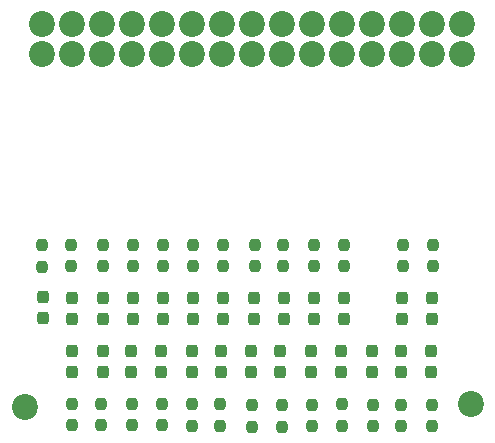
<source format=gbr>
%TF.GenerationSoftware,KiCad,Pcbnew,8.0.9-8.0.9-0~ubuntu22.04.1*%
%TF.CreationDate,2025-09-30T16:22:56+02:00*%
%TF.ProjectId,Pin_Test,50696e5f-5465-4737-942e-6b696361645f,rev?*%
%TF.SameCoordinates,Original*%
%TF.FileFunction,Soldermask,Top*%
%TF.FilePolarity,Negative*%
%FSLAX46Y46*%
G04 Gerber Fmt 4.6, Leading zero omitted, Abs format (unit mm)*
G04 Created by KiCad (PCBNEW 8.0.9-8.0.9-0~ubuntu22.04.1) date 2025-09-30 16:22:56*
%MOMM*%
%LPD*%
G01*
G04 APERTURE LIST*
G04 Aperture macros list*
%AMRoundRect*
0 Rectangle with rounded corners*
0 $1 Rounding radius*
0 $2 $3 $4 $5 $6 $7 $8 $9 X,Y pos of 4 corners*
0 Add a 4 corners polygon primitive as box body*
4,1,4,$2,$3,$4,$5,$6,$7,$8,$9,$2,$3,0*
0 Add four circle primitives for the rounded corners*
1,1,$1+$1,$2,$3*
1,1,$1+$1,$4,$5*
1,1,$1+$1,$6,$7*
1,1,$1+$1,$8,$9*
0 Add four rect primitives between the rounded corners*
20,1,$1+$1,$2,$3,$4,$5,0*
20,1,$1+$1,$4,$5,$6,$7,0*
20,1,$1+$1,$6,$7,$8,$9,0*
20,1,$1+$1,$8,$9,$2,$3,0*%
G04 Aperture macros list end*
%ADD10C,2.200000*%
%ADD11RoundRect,0.237500X0.237500X-0.287500X0.237500X0.287500X-0.237500X0.287500X-0.237500X-0.287500X0*%
%ADD12RoundRect,0.237500X-0.237500X0.287500X-0.237500X-0.287500X0.237500X-0.287500X0.237500X0.287500X0*%
%ADD13RoundRect,0.237500X-0.237500X0.250000X-0.237500X-0.250000X0.237500X-0.250000X0.237500X0.250000X0*%
G04 APERTURE END LIST*
D10*
%TO.C,J1*%
X88940000Y-92020000D03*
X88940000Y-94560000D03*
X91480000Y-92020000D03*
X91480000Y-94560000D03*
X94020000Y-92020000D03*
X94020000Y-94560000D03*
X96560000Y-92020000D03*
X96560000Y-94560000D03*
X99100000Y-92020000D03*
X99100000Y-94560000D03*
X101640000Y-92020000D03*
X101640000Y-94560000D03*
X104180000Y-92020000D03*
X104180000Y-94560000D03*
X106720000Y-92020000D03*
X106720000Y-94560000D03*
X109260000Y-92020000D03*
X109260000Y-94560000D03*
X111800000Y-92020000D03*
X111800000Y-94560000D03*
X114340000Y-92020000D03*
X114340000Y-94560000D03*
X116880000Y-92020000D03*
X116880000Y-94560000D03*
X119420000Y-92020000D03*
X119420000Y-94560000D03*
X121960000Y-92020000D03*
X121960000Y-94560000D03*
X124500000Y-92020000D03*
X124500000Y-94560000D03*
%TD*%
D11*
%TO.C,D101*%
X89000000Y-116900000D03*
X89000000Y-115150000D03*
%TD*%
D12*
%TO.C,D25*%
X121890000Y-119750000D03*
X121890000Y-121500000D03*
%TD*%
D11*
%TO.C,D24*%
X122000000Y-117000000D03*
X122000000Y-115250000D03*
%TD*%
D12*
%TO.C,D23*%
X119390000Y-119750000D03*
X119390000Y-121500000D03*
%TD*%
D11*
%TO.C,D22*%
X119450000Y-117000000D03*
X119450000Y-115250000D03*
%TD*%
D12*
%TO.C,D21*%
X116890000Y-119750000D03*
X116890000Y-121500000D03*
%TD*%
%TO.C,D20*%
X114290000Y-119750000D03*
X114290000Y-121500000D03*
%TD*%
D11*
%TO.C,D19*%
X114500000Y-117000000D03*
X114500000Y-115250000D03*
%TD*%
D12*
%TO.C,D18*%
X111690000Y-119750000D03*
X111690000Y-121500000D03*
%TD*%
D11*
%TO.C,D17*%
X111950000Y-117000000D03*
X111950000Y-115250000D03*
%TD*%
D12*
%TO.C,D16*%
X109090000Y-119750000D03*
X109090000Y-121500000D03*
%TD*%
D11*
%TO.C,D15*%
X109450000Y-117000000D03*
X109450000Y-115250000D03*
%TD*%
D12*
%TO.C,D14*%
X106680000Y-119750000D03*
X106680000Y-121500000D03*
%TD*%
D11*
%TO.C,D13*%
X106900000Y-117000000D03*
X106900000Y-115250000D03*
%TD*%
D12*
%TO.C,D12*%
X104120000Y-119750000D03*
X104120000Y-121500000D03*
%TD*%
D11*
%TO.C,D11*%
X104300000Y-117000000D03*
X104300000Y-115250000D03*
%TD*%
D12*
%TO.C,D10*%
X101690000Y-119725000D03*
X101690000Y-121475000D03*
%TD*%
D11*
%TO.C,D9*%
X101700000Y-117000000D03*
X101700000Y-115250000D03*
%TD*%
D12*
%TO.C,D8*%
X98990000Y-119750000D03*
X98990000Y-121500000D03*
%TD*%
D11*
%TO.C,D7*%
X99200000Y-117000000D03*
X99200000Y-115250000D03*
%TD*%
D12*
%TO.C,D6*%
X96490000Y-119750000D03*
X96490000Y-121500000D03*
%TD*%
D11*
%TO.C,D5*%
X96700000Y-117000000D03*
X96700000Y-115250000D03*
%TD*%
D12*
%TO.C,D4*%
X94090000Y-119725000D03*
X94090000Y-121475000D03*
%TD*%
D11*
%TO.C,D3*%
X94100000Y-117000000D03*
X94100000Y-115250000D03*
%TD*%
D12*
%TO.C,D2*%
X91500000Y-119750000D03*
X91500000Y-121500000D03*
%TD*%
D11*
%TO.C,D1*%
X91500000Y-117000000D03*
X91500000Y-115250000D03*
%TD*%
D10*
%TO.C,H2*%
X87500000Y-124500000D03*
%TD*%
%TO.C,H1*%
X125250000Y-124250000D03*
%TD*%
D13*
%TO.C,R19*%
X114500000Y-110712500D03*
X114500000Y-112537500D03*
%TD*%
%TO.C,R23*%
X119370000Y-124255000D03*
X119370000Y-126080000D03*
%TD*%
%TO.C,R6*%
X96570000Y-124175000D03*
X96570000Y-126000000D03*
%TD*%
%TO.C,R15*%
X109400000Y-110712500D03*
X109400000Y-112537500D03*
%TD*%
%TO.C,R21*%
X116950000Y-124255000D03*
X116950000Y-126080000D03*
%TD*%
%TO.C,R101*%
X88960000Y-110767500D03*
X88960000Y-112592500D03*
%TD*%
%TO.C,R9*%
X101700000Y-110712500D03*
X101700000Y-112537500D03*
%TD*%
%TO.C,R17*%
X112000000Y-110712500D03*
X112000000Y-112537500D03*
%TD*%
%TO.C,R20*%
X114370000Y-124210000D03*
X114370000Y-126035000D03*
%TD*%
%TO.C,R22*%
X119500000Y-110712500D03*
X119500000Y-112537500D03*
%TD*%
%TO.C,R8*%
X99100000Y-124175000D03*
X99100000Y-126000000D03*
%TD*%
%TO.C,R11*%
X104300000Y-110712500D03*
X104300000Y-112537500D03*
%TD*%
%TO.C,R7*%
X99200000Y-110712500D03*
X99200000Y-112537500D03*
%TD*%
%TO.C,R18*%
X111800000Y-124260000D03*
X111800000Y-126085000D03*
%TD*%
%TO.C,R4*%
X93990000Y-124175000D03*
X93990000Y-126000000D03*
%TD*%
%TO.C,R24*%
X122100000Y-110712500D03*
X122100000Y-112537500D03*
%TD*%
%TO.C,R1*%
X91450000Y-110712500D03*
X91450000Y-112537500D03*
%TD*%
%TO.C,R3*%
X94100000Y-110712500D03*
X94100000Y-112537500D03*
%TD*%
%TO.C,R12*%
X104060000Y-124225000D03*
X104060000Y-126050000D03*
%TD*%
%TO.C,R5*%
X96700000Y-110712500D03*
X96700000Y-112537500D03*
%TD*%
%TO.C,R2*%
X91500000Y-124175000D03*
X91500000Y-126000000D03*
%TD*%
%TO.C,R14*%
X106720000Y-124305000D03*
X106720000Y-126130000D03*
%TD*%
%TO.C,R16*%
X109300000Y-124305000D03*
X109300000Y-126130000D03*
%TD*%
%TO.C,R25*%
X121970000Y-124285000D03*
X121970000Y-126110000D03*
%TD*%
%TO.C,R13*%
X106950000Y-110712500D03*
X106950000Y-112537500D03*
%TD*%
%TO.C,R10*%
X101650000Y-124205000D03*
X101650000Y-126030000D03*
%TD*%
M02*

</source>
